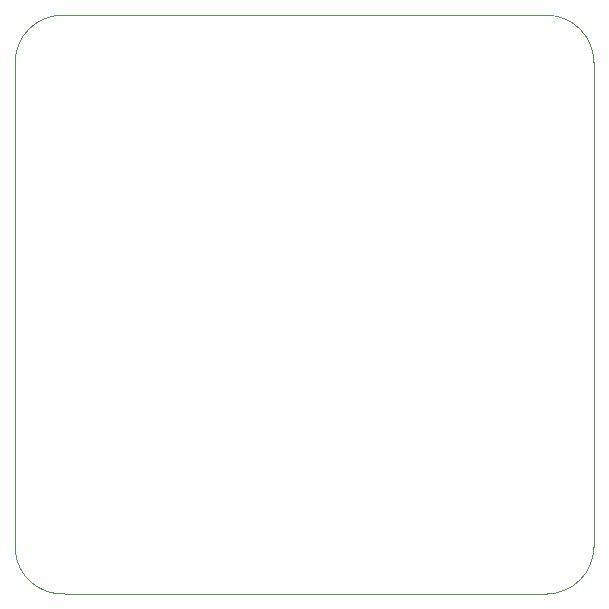
<source format=gbr>
G04 (created by PCBNEW (2013-05-31 BZR 4019)-stable) date 7/5/2014 3:36:38 PM*
%MOIN*%
G04 Gerber Fmt 3.4, Leading zero omitted, Abs format*
%FSLAX34Y34*%
G01*
G70*
G90*
G04 APERTURE LIST*
%ADD10C,0.00590551*%
%ADD11C,0.00393701*%
G04 APERTURE END LIST*
G54D10*
G54D11*
X17716Y-31594D02*
X17716Y-15354D01*
X35433Y-33070D02*
X19389Y-33070D01*
X37007Y-15354D02*
X37007Y-31496D01*
X19291Y-13779D02*
X35433Y-13779D01*
X17716Y-31595D02*
G75*
G03X19390Y-33070I1574J99D01*
G74*
G01*
X35433Y-33070D02*
G75*
G03X37007Y-31496I0J1574D01*
G74*
G01*
X37007Y-15354D02*
G75*
G03X35433Y-13779I-1574J0D01*
G74*
G01*
X19291Y-13779D02*
G75*
G03X17716Y-15354I0J-1574D01*
G74*
G01*
M02*

</source>
